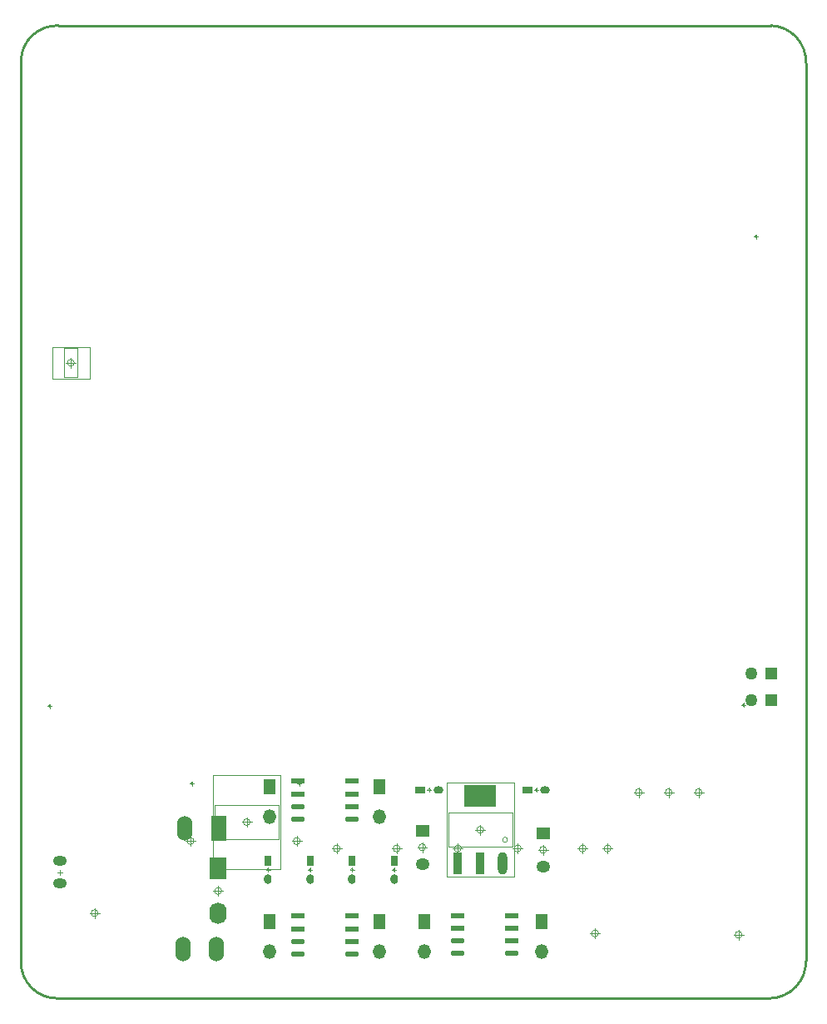
<source format=gbp>
G04*
G04 #@! TF.GenerationSoftware,Altium Limited,Altium Designer,22.3.1 (43)*
G04*
G04 Layer_Color=128*
%FSLAX25Y25*%
%MOIN*%
G70*
G04*
G04 #@! TF.SameCoordinates,7771213D-0031-41E0-B7F0-5BACD8635ED2*
G04*
G04*
G04 #@! TF.FilePolarity,Positive*
G04*
G01*
G75*
%ADD12C,0.01000*%
%ADD20C,0.00394*%
%ADD21C,0.00100*%
%ADD22C,0.00197*%
%ADD23C,0.00300*%
%ADD25R,0.05512X0.04724*%
%ADD26O,0.05512X0.04724*%
%ADD27R,0.04000X0.03000*%
%ADD28O,0.04000X0.03000*%
%ADD30C,0.05000*%
%ADD31R,0.03000X0.04000*%
%ADD32O,0.03000X0.04000*%
%ADD33O,0.03740X0.09055*%
%ADD34R,0.03740X0.09055*%
%ADD35R,0.12992X0.09055*%
%ADD80O,0.05118X0.06000*%
%ADD81R,0.05118X0.06000*%
%ADD82O,0.05669X0.02165*%
%ADD83R,0.05669X0.02165*%
%ADD84R,0.05000X0.05000*%
%ADD85O,0.05500X0.04000*%
%ADD86O,0.06890X0.08661*%
%ADD87R,0.06890X0.08661*%
%ADD88O,0.06000X0.10000*%
%ADD89R,0.06000X0.10000*%
D12*
X314500Y374500D02*
G03*
X300500Y389500I-14500J500D01*
G01*
X300000Y0D02*
G03*
X314500Y15000I-250J14750D01*
G01*
X0Y14500D02*
G03*
X14500Y0I14500J0D01*
G01*
X15000Y389500D02*
G03*
X0Y375500I-500J-14500D01*
G01*
X314500Y15000D02*
Y374500D01*
X14500Y0D02*
X300000D01*
X15000Y389500D02*
X300500D01*
X0Y14500D02*
Y375500D01*
D20*
X194968Y63500D02*
G03*
X194968Y63500I-984J0D01*
G01*
X81500Y66572D02*
G03*
X81500Y66572I-984J0D01*
G01*
X171205Y60610D02*
X196795D01*
X171205Y74390D02*
X196795D01*
Y60610D02*
Y74390D01*
X171205Y60610D02*
Y74390D01*
X77705Y63683D02*
X103295D01*
X77705Y77462D02*
X103295D01*
X77705Y63683D02*
Y77462D01*
X103295Y63683D02*
Y77462D01*
X22559Y248594D02*
Y260406D01*
X17441Y248594D02*
Y260406D01*
Y248594D02*
X22559D01*
X17441Y260406D02*
X22559D01*
X170500Y48602D02*
X197500D01*
X170500Y86398D02*
X197500D01*
Y48602D02*
Y86398D01*
X170500Y48602D02*
Y86398D01*
X77000Y51675D02*
X104000D01*
X77000Y89470D02*
X104000D01*
X77000Y51675D02*
Y89470D01*
X104000Y51675D02*
Y89470D01*
X27500Y248201D02*
Y260799D01*
X12500Y248201D02*
Y260799D01*
Y248201D02*
X27500D01*
X12500Y260799D02*
X27500D01*
D21*
X133167Y51500D02*
G03*
X133167Y51500I-500J0D01*
G01*
X99500D02*
G03*
X99500Y51500I-500J0D01*
G01*
X290000Y117500D02*
G03*
X290000Y117500I-500J0D01*
G01*
X206950Y83500D02*
G03*
X206950Y83500I-500J0D01*
G01*
X164050D02*
G03*
X164050Y83500I-500J0D01*
G01*
X116333Y51500D02*
G03*
X116333Y51500I-500J0D01*
G01*
X150000D02*
G03*
X150000Y51500I-500J0D01*
G01*
X295000Y305000D02*
G03*
X295000Y305000I-500J0D01*
G01*
X69000Y86000D02*
G03*
X69000Y86000I-500J0D01*
G01*
X112000D02*
G03*
X112000Y86000I-500J0D01*
G01*
X12000Y117000D02*
G03*
X12000Y117000I-500J0D01*
G01*
X132667Y50713D02*
Y52287D01*
X131879Y51500D02*
X133454D01*
X99000Y50713D02*
Y52287D01*
X98213Y51500D02*
X99787D01*
X288713Y117500D02*
X290287D01*
X289500Y116713D02*
Y118287D01*
X206450Y82713D02*
Y84287D01*
X205663Y83500D02*
X207237D01*
X163550Y82713D02*
Y84287D01*
X162763Y83500D02*
X164337D01*
X115046Y51500D02*
X116621D01*
X115833Y50713D02*
Y52287D01*
X148713Y51500D02*
X150287D01*
X149500Y50713D02*
Y52287D01*
X293713Y305000D02*
X295287D01*
X294500Y304213D02*
Y305787D01*
X68500Y85213D02*
Y86787D01*
X67713Y86000D02*
X69287D01*
X111500Y85213D02*
Y86787D01*
X110713Y86000D02*
X112287D01*
X10713Y117000D02*
X12287D01*
X11500Y116213D02*
Y117787D01*
D22*
X185378Y67500D02*
G03*
X185378Y67500I-1378J0D01*
G01*
X91878Y70572D02*
G03*
X91878Y70572I-1378J0D01*
G01*
X21378Y254500D02*
G03*
X21378Y254500I-1378J0D01*
G01*
X272878Y82500D02*
G03*
X272878Y82500I-1378J0D01*
G01*
X260878D02*
G03*
X260878Y82500I-1378J0D01*
G01*
X248878D02*
G03*
X248878Y82500I-1378J0D01*
G01*
X231378Y26000D02*
G03*
X231378Y26000I-1378J0D01*
G01*
X162172Y60500D02*
G03*
X162172Y60500I-1378J0D01*
G01*
X210584Y59500D02*
G03*
X210584Y59500I-1378J0D01*
G01*
X176378Y60000D02*
G03*
X176378Y60000I-1378J0D01*
G01*
X226378D02*
G03*
X226378Y60000I-1378J0D01*
G01*
X80378Y43000D02*
G03*
X80378Y43000I-1378J0D01*
G01*
X69378Y62966D02*
G03*
X69378Y62966I-1378J0D01*
G01*
X111878D02*
G03*
X111878Y62966I-1378J0D01*
G01*
X288901Y25500D02*
G03*
X288901Y25500I-1378J0D01*
G01*
X30878Y34157D02*
G03*
X30878Y34157I-1378J0D01*
G01*
X236378Y60000D02*
G03*
X236378Y60000I-1378J0D01*
G01*
X200378D02*
G03*
X200378Y60000I-1378J0D01*
G01*
X127878D02*
G03*
X127878Y60000I-1378J0D01*
G01*
X151878D02*
G03*
X151878Y60000I-1378J0D01*
G01*
X184000Y65532D02*
Y69469D01*
X182032Y67500D02*
X185969D01*
X90500Y68604D02*
Y72541D01*
X88532Y70572D02*
X92469D01*
X20000Y252532D02*
Y256469D01*
X18031Y254500D02*
X21968D01*
X269531Y82500D02*
X273468D01*
X271500Y80532D02*
Y84469D01*
X257532Y82500D02*
X261469D01*
X259500Y80532D02*
Y84469D01*
X247500Y80532D02*
Y84469D01*
X245532Y82500D02*
X249469D01*
X228032Y26000D02*
X231969D01*
X230000Y24032D02*
Y27969D01*
X160794Y58532D02*
Y62469D01*
X158825Y60500D02*
X162762D01*
X209206Y57532D02*
Y61469D01*
X207238Y59500D02*
X211175D01*
X175000Y58032D02*
Y61969D01*
X173032Y60000D02*
X176969D01*
X225000Y58032D02*
Y61969D01*
X223032Y60000D02*
X226969D01*
X79000Y41032D02*
Y44969D01*
X77032Y43000D02*
X80969D01*
X68000Y60998D02*
Y64935D01*
X66032Y62966D02*
X69969D01*
X110500Y60998D02*
Y64935D01*
X108532Y62966D02*
X112469D01*
X285555Y25500D02*
X289492D01*
X287523Y23532D02*
Y27469D01*
X29500Y32189D02*
Y36126D01*
X27532Y34157D02*
X31469D01*
X235000Y58032D02*
Y61969D01*
X233032Y60000D02*
X236969D01*
X199000Y58032D02*
Y61969D01*
X197032Y60000D02*
X200969D01*
X126500Y58032D02*
Y61969D01*
X124532Y60000D02*
X128469D01*
X150500Y58032D02*
Y61969D01*
X148532Y60000D02*
X152469D01*
D23*
X15500Y49500D02*
Y51500D01*
X14500Y50500D02*
X16500D01*
D25*
X209206Y66193D02*
D03*
X160794Y67193D02*
D03*
D26*
X209206Y52807D02*
D03*
X160794Y53807D02*
D03*
D27*
X159900Y83500D02*
D03*
X202800D02*
D03*
D28*
X167200D02*
D03*
X210100D02*
D03*
D30*
X292500Y130000D02*
D03*
X292490Y119500D02*
D03*
D31*
X149500Y55150D02*
D03*
X132667D02*
D03*
X115833D02*
D03*
X99000D02*
D03*
D32*
X132667Y47850D02*
D03*
X115833D02*
D03*
X99000D02*
D03*
X149500D02*
D03*
D33*
X193055Y54000D02*
D03*
D34*
X184000D02*
D03*
X174945D02*
D03*
D35*
X184000Y81000D02*
D03*
D80*
X99500Y18845D02*
D03*
X161500D02*
D03*
X208500D02*
D03*
X143500D02*
D03*
Y72845D02*
D03*
X99500D02*
D03*
D81*
X161500Y30645D02*
D03*
X208500D02*
D03*
X99500D02*
D03*
X143500D02*
D03*
Y84645D02*
D03*
X99500D02*
D03*
D82*
X174847Y22961D02*
D03*
Y17921D02*
D03*
X196500D02*
D03*
X111000Y76853D02*
D03*
Y71813D02*
D03*
X132654D02*
D03*
X111000Y22853D02*
D03*
Y17813D02*
D03*
X132654D02*
D03*
D83*
X174847Y28000D02*
D03*
Y33039D02*
D03*
X196500Y22961D02*
D03*
Y28000D02*
D03*
Y33039D02*
D03*
X111000Y81892D02*
D03*
Y86932D02*
D03*
X132654Y76853D02*
D03*
Y81892D02*
D03*
Y86932D02*
D03*
X111000Y27892D02*
D03*
Y32932D02*
D03*
X132654Y22853D02*
D03*
Y27892D02*
D03*
Y32932D02*
D03*
D84*
X300730Y129980D02*
D03*
X300720Y119480D02*
D03*
D85*
X15500Y55000D02*
D03*
Y46000D02*
D03*
D86*
X79000Y33945D02*
D03*
D87*
Y52055D02*
D03*
D88*
X64900Y19700D02*
D03*
X78400D02*
D03*
X65700Y68100D02*
D03*
D89*
X79200D02*
D03*
M02*

</source>
